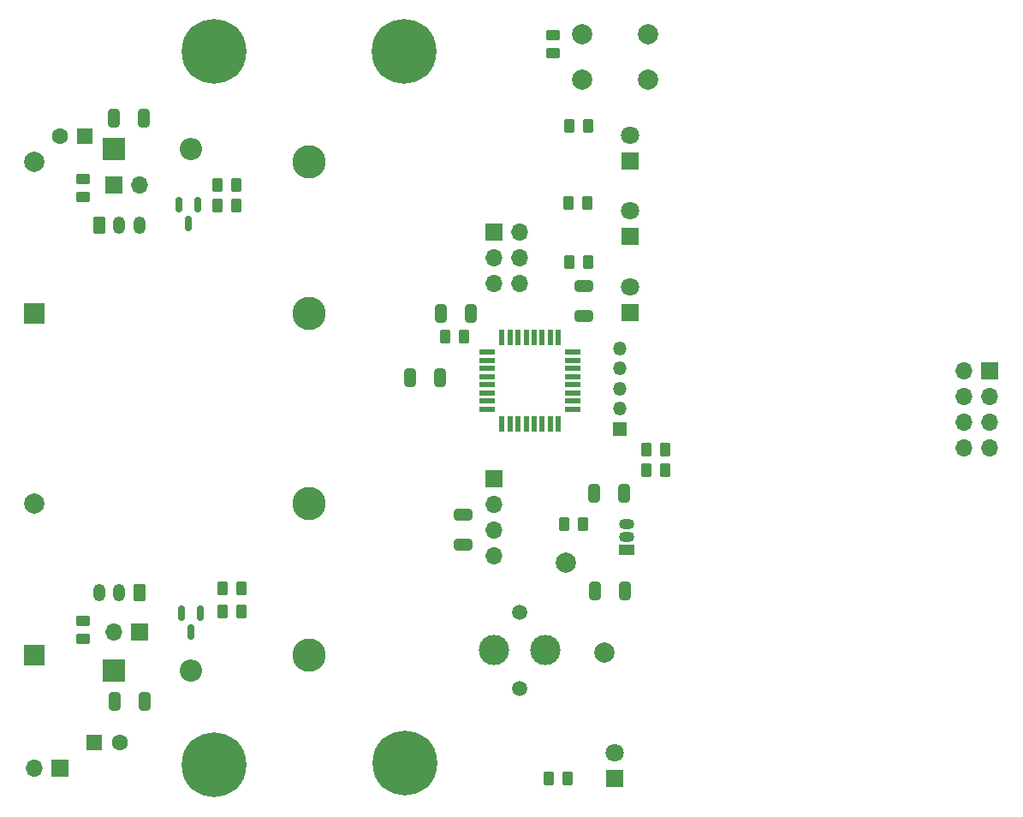
<source format=gbr>
%TF.GenerationSoftware,KiCad,Pcbnew,(7.0.0)*%
%TF.CreationDate,2023-09-21T17:16:17+12:00*%
%TF.ProjectId,MainBoard,4d61696e-426f-4617-9264-2e6b69636164,rev?*%
%TF.SameCoordinates,PX48ab840PY7b0df40*%
%TF.FileFunction,Soldermask,Top*%
%TF.FilePolarity,Negative*%
%FSLAX46Y46*%
G04 Gerber Fmt 4.6, Leading zero omitted, Abs format (unit mm)*
G04 Created by KiCad (PCBNEW (7.0.0)) date 2023-09-21 17:16:17*
%MOMM*%
%LPD*%
G01*
G04 APERTURE LIST*
G04 Aperture macros list*
%AMRoundRect*
0 Rectangle with rounded corners*
0 $1 Rounding radius*
0 $2 $3 $4 $5 $6 $7 $8 $9 X,Y pos of 4 corners*
0 Add a 4 corners polygon primitive as box body*
4,1,4,$2,$3,$4,$5,$6,$7,$8,$9,$2,$3,0*
0 Add four circle primitives for the rounded corners*
1,1,$1+$1,$2,$3*
1,1,$1+$1,$4,$5*
1,1,$1+$1,$6,$7*
1,1,$1+$1,$8,$9*
0 Add four rect primitives between the rounded corners*
20,1,$1+$1,$2,$3,$4,$5,0*
20,1,$1+$1,$4,$5,$6,$7,0*
20,1,$1+$1,$6,$7,$8,$9,0*
20,1,$1+$1,$8,$9,$2,$3,0*%
G04 Aperture macros list end*
%ADD10RoundRect,0.250000X0.262500X0.450000X-0.262500X0.450000X-0.262500X-0.450000X0.262500X-0.450000X0*%
%ADD11R,1.800000X1.800000*%
%ADD12C,1.800000*%
%ADD13C,1.500000*%
%ADD14C,3.000000*%
%ADD15R,1.350000X1.350000*%
%ADD16O,1.350000X1.350000*%
%ADD17RoundRect,0.250000X-0.262500X-0.450000X0.262500X-0.450000X0.262500X0.450000X-0.262500X0.450000X0*%
%ADD18C,0.800000*%
%ADD19C,6.400000*%
%ADD20C,2.000000*%
%ADD21RoundRect,0.150000X-0.150000X0.587500X-0.150000X-0.587500X0.150000X-0.587500X0.150000X0.587500X0*%
%ADD22RoundRect,0.250000X-0.450000X0.262500X-0.450000X-0.262500X0.450000X-0.262500X0.450000X0.262500X0*%
%ADD23RoundRect,0.250000X-0.325000X-0.650000X0.325000X-0.650000X0.325000X0.650000X-0.325000X0.650000X0*%
%ADD24RoundRect,0.250000X0.450000X-0.262500X0.450000X0.262500X-0.450000X0.262500X-0.450000X-0.262500X0*%
%ADD25RoundRect,0.250000X0.650000X-0.325000X0.650000X0.325000X-0.650000X0.325000X-0.650000X-0.325000X0*%
%ADD26R,1.700000X1.700000*%
%ADD27O,1.700000X1.700000*%
%ADD28R,0.550000X1.600000*%
%ADD29R,1.600000X0.550000*%
%ADD30R,2.200000X2.200000*%
%ADD31O,2.200000X2.200000*%
%ADD32R,1.500000X1.050000*%
%ADD33O,1.500000X1.050000*%
%ADD34RoundRect,0.250000X0.325000X0.650000X-0.325000X0.650000X-0.325000X-0.650000X0.325000X-0.650000X0*%
%ADD35RoundRect,0.250000X-0.650000X0.325000X-0.650000X-0.325000X0.650000X-0.325000X0.650000X0.325000X0*%
%ADD36R,1.600000X1.600000*%
%ADD37C,1.600000*%
%ADD38RoundRect,0.250000X0.350000X0.625000X-0.350000X0.625000X-0.350000X-0.625000X0.350000X-0.625000X0*%
%ADD39O,1.200000X1.750000*%
%ADD40RoundRect,0.250000X-0.350000X-0.625000X0.350000X-0.625000X0.350000X0.625000X-0.350000X0.625000X0*%
%ADD41C,3.300000*%
%ADD42R,2.000000X2.000000*%
G04 APERTURE END LIST*
D10*
%TO.C,R9*%
X22756500Y59182000D03*
X20931500Y59182000D03*
%TD*%
%TO.C,R10*%
X23264500Y21336000D03*
X21439500Y21336000D03*
%TD*%
D11*
%TO.C,D2*%
X61721999Y48628999D03*
D12*
X61722000Y51169000D03*
%TD*%
D13*
%TO.C,BZ1*%
X50800000Y18990000D03*
X50800000Y11490000D03*
D14*
X48260000Y15240000D03*
X53340000Y15240000D03*
%TD*%
D15*
%TO.C,J9*%
X60705999Y37115999D03*
D16*
X60705999Y39115999D03*
X60705999Y41115999D03*
X60705999Y43115999D03*
X60705999Y45115999D03*
%TD*%
D17*
%TO.C,R15*%
X63349500Y33020000D03*
X65174500Y33020000D03*
%TD*%
D18*
%TO.C,H4*%
X37050944Y4064000D03*
X37753888Y5761056D03*
X37753888Y2366944D03*
X39450944Y6464000D03*
D19*
X39450944Y4064000D03*
D18*
X39450944Y1664000D03*
X41148000Y5761056D03*
X41148000Y2366944D03*
X41850944Y4064000D03*
%TD*%
D20*
%TO.C,TP6V1*%
X59182000Y14986000D03*
%TD*%
D21*
%TO.C,Q1*%
X18984000Y59279000D03*
X17084000Y59279000D03*
X18034000Y57404000D03*
%TD*%
D22*
%TO.C,R12*%
X7620000Y61872500D03*
X7620000Y60047500D03*
%TD*%
D17*
%TO.C,R14*%
X63349500Y35052000D03*
X65174500Y35052000D03*
%TD*%
D23*
%TO.C,C7*%
X10668000Y67818000D03*
X13618000Y67818000D03*
%TD*%
D24*
%TO.C,R4*%
X54102000Y74271500D03*
X54102000Y76096500D03*
%TD*%
D11*
%TO.C,D3*%
X61721999Y56128999D03*
D12*
X61722000Y58669000D03*
%TD*%
D20*
%TO.C,SW1*%
X56948000Y76164000D03*
X63448000Y76164000D03*
X56948000Y71664000D03*
X63448000Y71664000D03*
%TD*%
D17*
%TO.C,R2*%
X55221500Y27686000D03*
X57046500Y27686000D03*
%TD*%
D10*
%TO.C,R11*%
X23264500Y19050000D03*
X21439500Y19050000D03*
%TD*%
D25*
%TO.C,C3*%
X57150000Y48309000D03*
X57150000Y51259000D03*
%TD*%
D21*
%TO.C,Q2*%
X19238000Y18893000D03*
X17338000Y18893000D03*
X18288000Y17018000D03*
%TD*%
D26*
%TO.C,J2*%
X48254999Y56626999D03*
D27*
X50794999Y56626999D03*
X48254999Y54086999D03*
X50794999Y54086999D03*
X48254999Y51546999D03*
X50794999Y51546999D03*
%TD*%
D28*
%TO.C,U2*%
X49015999Y37659999D03*
X49815999Y37659999D03*
X50615999Y37659999D03*
X51415999Y37659999D03*
X52215999Y37659999D03*
X53015999Y37659999D03*
X53815999Y37659999D03*
X54615999Y37659999D03*
D29*
X56065999Y39109999D03*
X56065999Y39909999D03*
X56065999Y40709999D03*
X56065999Y41509999D03*
X56065999Y42309999D03*
X56065999Y43109999D03*
X56065999Y43909999D03*
X56065999Y44709999D03*
D28*
X54615999Y46159999D03*
X53815999Y46159999D03*
X53015999Y46159999D03*
X52215999Y46159999D03*
X51415999Y46159999D03*
X50615999Y46159999D03*
X49815999Y46159999D03*
X49015999Y46159999D03*
D29*
X47565999Y44709999D03*
X47565999Y43909999D03*
X47565999Y43109999D03*
X47565999Y42309999D03*
X47565999Y41509999D03*
X47565999Y40709999D03*
X47565999Y39909999D03*
X47565999Y39109999D03*
%TD*%
D17*
%TO.C,R3*%
X43434000Y46228000D03*
X45259000Y46228000D03*
%TD*%
D11*
%TO.C,D1*%
X60197999Y2534999D03*
D12*
X60198000Y5075000D03*
%TD*%
D18*
%TO.C,H2*%
X36970000Y74422000D03*
X37672944Y76119056D03*
X37672944Y72724944D03*
X39370000Y76822000D03*
D19*
X39370000Y74422000D03*
D18*
X39370000Y72022000D03*
X41067056Y76119056D03*
X41067056Y72724944D03*
X41770000Y74422000D03*
%TD*%
D17*
%TO.C,R5*%
X55729500Y53594000D03*
X57554500Y53594000D03*
%TD*%
%TO.C,R6*%
X55626000Y59436000D03*
X57451000Y59436000D03*
%TD*%
D18*
%TO.C,H3*%
X18174000Y3890944D03*
X18876944Y5588000D03*
X18876944Y2193888D03*
X20574000Y6290944D03*
D19*
X20574000Y3890944D03*
D18*
X20574000Y1490944D03*
X22271056Y5588000D03*
X22271056Y2193888D03*
X22974000Y3890944D03*
%TD*%
D26*
%TO.C,J1*%
X5338999Y3555999D03*
D27*
X2798999Y3555999D03*
%TD*%
D23*
%TO.C,C8*%
X10717000Y10160000D03*
X13667000Y10160000D03*
%TD*%
D30*
%TO.C,D5*%
X10667999Y64769999D03*
D31*
X18287999Y64769999D03*
%TD*%
D32*
%TO.C,U1*%
X61319999Y25145999D03*
D33*
X61319999Y26415999D03*
X61319999Y27685999D03*
%TD*%
D11*
%TO.C,D4*%
X61721999Y63628999D03*
D12*
X61722000Y66169000D03*
%TD*%
D34*
%TO.C,C5*%
X45974000Y48514000D03*
X43024000Y48514000D03*
%TD*%
D35*
%TO.C,C6*%
X45212000Y28653000D03*
X45212000Y25703000D03*
%TD*%
D10*
%TO.C,R8*%
X22756500Y61214000D03*
X20931500Y61214000D03*
%TD*%
D34*
%TO.C,C2*%
X61116000Y30734000D03*
X58166000Y30734000D03*
%TD*%
D26*
%TO.C,J8*%
X13212999Y17017999D03*
D27*
X10672999Y17017999D03*
%TD*%
D17*
%TO.C,R7*%
X55729500Y67056000D03*
X57554500Y67056000D03*
%TD*%
D26*
%TO.C,J3*%
X48259999Y32247999D03*
D27*
X48259999Y29707999D03*
X48259999Y27167999D03*
X48259999Y24627999D03*
%TD*%
D10*
%TO.C,R1*%
X55522500Y2540000D03*
X53697500Y2540000D03*
%TD*%
D20*
%TO.C,TP3V3*%
X55372000Y23876000D03*
%TD*%
D36*
%TO.C,C9*%
X8700887Y6095999D03*
D37*
X11200888Y6096000D03*
%TD*%
D34*
%TO.C,C1*%
X61165000Y21082000D03*
X58215000Y21082000D03*
%TD*%
D30*
%TO.C,D6*%
X10667999Y13207999D03*
D31*
X18287999Y13207999D03*
%TD*%
D34*
%TO.C,C4*%
X42877000Y42164000D03*
X39927000Y42164000D03*
%TD*%
D38*
%TO.C,J5*%
X13176000Y20918000D03*
D39*
X11175999Y20917999D03*
X9175999Y20917999D03*
%TD*%
D40*
%TO.C,J6*%
X9176000Y57314000D03*
D39*
X11175999Y57313999D03*
X13175999Y57313999D03*
%TD*%
D36*
%TO.C,C10*%
X7809111Y66039999D03*
D37*
X5309112Y66040000D03*
%TD*%
D24*
%TO.C,R13*%
X7620000Y16359500D03*
X7620000Y18184500D03*
%TD*%
D26*
%TO.C,J7*%
X10662999Y61213999D03*
D27*
X13202999Y61213999D03*
%TD*%
D18*
%TO.C,H1*%
X18174000Y74422000D03*
X18876944Y76119056D03*
X18876944Y72724944D03*
X20574000Y76822000D03*
D19*
X20574000Y74422000D03*
D18*
X20574000Y72022000D03*
X22271056Y76119056D03*
X22271056Y72724944D03*
X22974000Y74422000D03*
%TD*%
D41*
%TO.C,BT1*%
X29959000Y29718000D03*
X29959000Y14728000D03*
D42*
X2793999Y14727999D03*
D20*
X2794000Y29718000D03*
%TD*%
D41*
%TO.C,BT2*%
X29959000Y63504000D03*
X29959000Y48514000D03*
D42*
X2793999Y48513999D03*
D20*
X2794000Y63504000D03*
%TD*%
D26*
%TO.C,J4*%
X97286999Y42915999D03*
D27*
X94746999Y42915999D03*
X97286999Y40375999D03*
X94746999Y40375999D03*
X97286999Y37835999D03*
X94746999Y37835999D03*
X97286999Y35295999D03*
X94746999Y35295999D03*
%TD*%
M02*

</source>
